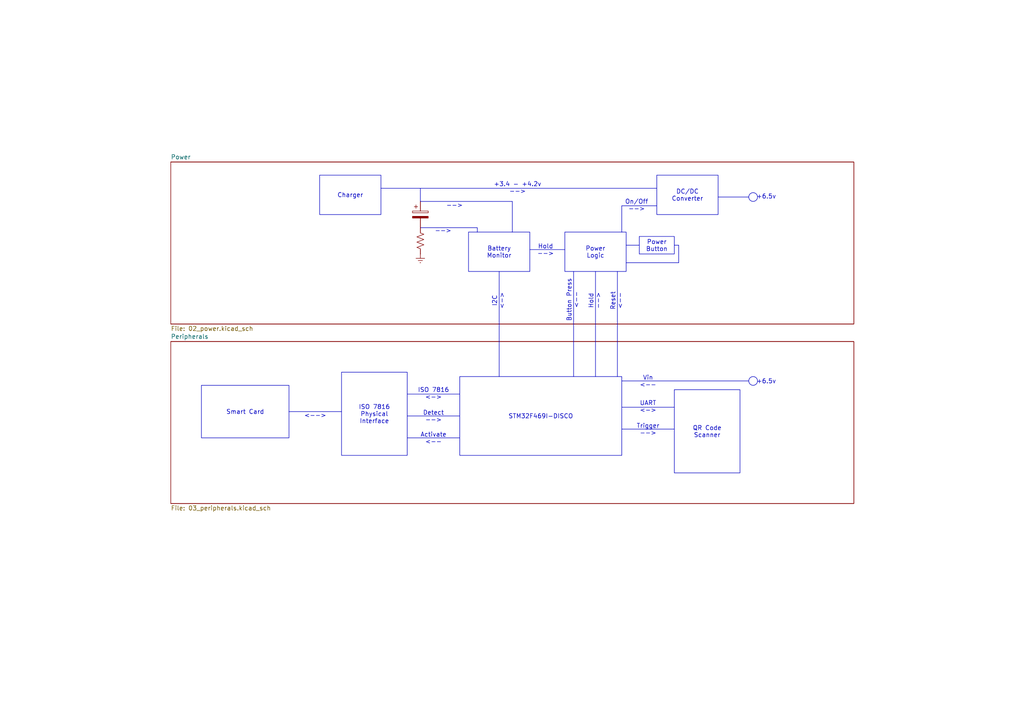
<source format=kicad_sch>
(kicad_sch (version 20231120) (generator "eeschema") (generator_version "8.0")
  (paper "A4")
  (lib_symbols
    (symbol "Device:C_Polarized" (pin_numbers hide) (pin_names (offset 0.254) hide)
      (property "Reference" "C" (at 0.635 2.54 0))
      (property "Value" "C_Polarized" (at 0.635 -2.54 0))
      (symbol "C_Polarized_0_1"
        (rectangle (start -2.286 0.508) (end 2.286 1.016))
        (polyline (pts (xy -1.778 2.286) (xy -0.762 2.286)))
        (polyline (pts (xy -1.27 2.794) (xy -1.27 1.778)))
        (rectangle (start 2.286 -0.508) (end -2.286 -1.016) (fill (type outline)))
      )
      (symbol "C_Polarized_1_1"
        (pin passive line (at 0 3.81 270) (length 2.794) (name "~") (number "1"))
        (pin passive line (at 0 -3.81 90) (length 2.794) (name "~") (number "2"))
      )
    )
    (symbol "Device:R_US" (pin_numbers hide) (pin_names (offset 0))
      (property "Reference" "R" (at 2.54 0 90))
      (property "Value" "R_US" (at -2.54 0 90))
      (symbol "R_US_0_1"
        (polyline (pts (xy 0 -2.286) (xy 0 -2.54)))
        (polyline (pts (xy 0 2.286) (xy 0 2.54)))
        (polyline (pts (xy 0 -0.762) (xy 1.016 -1.143) (xy 0 -1.524) (xy -1.016 -1.905) (xy 0 -2.286)))
        (polyline (pts (xy 0 0.762) (xy 1.016 0.381) (xy 0 0) (xy -1.016 -0.381) (xy 0 -0.762)))
        (polyline (pts (xy 0 2.286) (xy 1.016 1.905) (xy 0 1.524) (xy -1.016 1.143) (xy 0 0.762)))
      )
      (symbol "R_US_1_1"
        (pin passive line (at 0 3.81 270) (length 1.27) (name "~") (number "1"))
        (pin passive line (at 0 -3.81 90) (length 1.27) (name "~") (number "2"))
      )
    )
    (symbol "power:GNDREF" (power) (pin_numbers hide) (pin_names (offset 0) hide)
      (property "Value" "GNDREF" (at 0 -3.81 0))
      (symbol "GNDREF_0_1"
        (polyline (pts (xy -0.635 -1.905) (xy 0.635 -1.905)))
        (polyline (pts (xy -0.127 -2.54) (xy 0.127 -2.54)))
        (polyline (pts (xy 0 -1.27) (xy 0 0)))
        (polyline (pts (xy 1.27 -1.27) (xy -1.27 -1.27)))
      )
      (symbol "GNDREF_1_1"
        (pin power_in line (at 0 0 270) (length 0) (name "~") (number "1"))
      )
    )
  )
  (polyline (pts (xy 110.49 54.61) (xy 190.5 54.61)))
  (polyline (pts (xy 118.11 114.3) (xy 133.35 114.3)))
  (polyline (pts (xy 180.34 118.11) (xy 195.58 118.11)))
  (polyline (pts (xy 166.37 78.74) (xy 166.37 109.22)))
  (polyline (pts (xy 180.34 59.69) (xy 190.5 59.69)))
  (polyline (pts (xy 181.61 76.2) (xy 196.85 76.2)))
  (polyline (pts (xy 196.85 76.2) (xy 196.85 71.12)))
  (polyline (pts (xy 144.78 78.74) (xy 144.78 109.22)))
  (polyline (pts (xy 172.72 78.74) (xy 172.72 109.22)))
  (polyline (pts (xy 118.11 127) (xy 133.35 127)))
  (polyline (pts (xy 179.07 78.74) (xy 179.07 109.22)))
  (polyline (pts (xy 208.28 57.15) (xy 217.17 57.15)))
  (polyline (pts (xy 180.34 67.31) (xy 180.34 59.69)))
  (polyline (pts (xy 83.82 119.38) (xy 99.06 119.38)))
  (polyline (pts (xy 138.43 67.31) (xy 138.43 66.04)))
  (polyline (pts (xy 180.34 124.46) (xy 195.58 124.46)))
  (polyline (pts (xy 180.34 110.49) (xy 217.17 110.49)))
  (polyline (pts (xy 118.11 120.65) (xy 133.35 120.65)))
  (polyline (pts (xy 121.92 58.42) (xy 148.59 58.42)))
  (polyline (pts (xy 181.61 71.12) (xy 185.42 71.12)))
  (polyline (pts (xy 148.59 58.42) (xy 148.59 67.31)))
  (polyline (pts (xy 121.92 66.04) (xy 138.43 66.04)))
  (polyline (pts (xy 195.58 71.12) (xy 196.85 71.12)))
  (polyline (pts (xy 153.67 72.39) (xy 163.83 72.39)))
  (polyline (pts (xy 121.92 54.61) (xy 121.92 58.42)))
  (circle (center 218.44 57.15) (radius 1.27))
  (circle (center 218.44 110.49) (radius 1.27))
  (text_box "Battery \nMonitor" (at 135.89 67.31 0) (size 17.78 11.43) (effects (font (size 1.27 1.27))))
  (text_box "STM32F469I-DISCO" (exclude_from_sim yes) (at 133.35 109.22 0) (size 46.99 22.86) (effects (font (size 1.27 1.27))))
  (text_box "Power\nLogic" (at 163.83 67.31 0) (size 17.78 11.43) (effects (font (size 1.27 1.27))))
  (text_box "DC/DC Converter" (at 190.5 50.8 0) (size 17.78 11.43) (effects (font (size 1.27 1.27))))
  (text_box "Power\nButton" (at 185.42 68.58 0) (size 10.16 5.08) (effects (font (size 1.27 1.27))))
  (text_box "Charger" (at 92.71 50.8 0) (size 17.78 11.43) (effects (font (size 1.27 1.27))))
  (text_box "QR Code\nScanner" (at 195.58 113.03 0) (size 19.05 24.13) (effects (font (size 1.27 1.27))))
  (text_box "ISO 7816\nPhysical\nInterface" (at 99.06 107.95 0) (size 19.05 24.13) (effects (font (size 1.27 1.27))))
  (text_box "Smart Card" (at 58.42 111.76 0) (size 25.4 15.24) (effects (font (size 1.27 1.27))))
  (text "On/Off\n-->" (at 184.658 59.69 0) (effects (font (size 1.27 1.27))))
  (text "\n-->" (at 131.826 58.674 0) (effects (font (size 1.27 1.27))))
  (text "Detect\n-->" (at 125.73 120.904 0) (effects (font (size 1.27 1.27))))
  (text "\n<-->" (at 91.44 119.634 0) (effects (font (size 1.27 1.27))))
  (text "ISO 7816\n<->" (at 125.73 114.3 0) (effects (font (size 1.27 1.27))))
  (text "+6.5v" (at 222.25 57.15 0) (effects (font (size 1.27 1.27))))
  (text "Hold\n-->" (at 158.242 72.644 0) (effects (font (size 1.27 1.27))))
  (text "I2C\n<->" (at 144.526 87.376 90) (effects (font (size 1.27 1.27))))
  (text "+6.5v" (at 222.25 110.744 0) (effects (font (size 1.27 1.27))))
  (text "Vin\n<--" (at 187.96 110.744 0) (effects (font (size 1.27 1.27))))
  (text "Reset\n<--" (at 178.816 87.376 90) (effects (font (size 1.27 1.27))))
  (text "UART\n<->" (at 187.96 118.11 0) (effects (font (size 1.27 1.27))))
  (text "Activate\n<--" (at 125.73 127.254 0) (effects (font (size 1.27 1.27))))
  (text "+3.4 - +4.2v\n-->" (at 150.114 54.61 0) (effects (font (size 1.27 1.27))))
  (text "\n-->" (at 128.524 66.04 0) (effects (font (size 1.27 1.27))))
  (text "Trigger\n-->" (at 187.96 124.714 0) (effects (font (size 1.27 1.27))))
  (text "Hold\n-->" (at 172.466 87.376 90) (effects (font (size 1.27 1.27))))
  (text "Button Press\n<--" (at 166.116 87.122 90) (effects (font (size 1.27 1.27))))
  (symbol (lib_id "Device:C_Polarized") (at 121.92 62.23 0) (unit 1) (exclude_from_sim yes) (in_bom no) (on_board no)
    (property "Reference" "C1000" (effects (hide yes)))
    (property "Value" "C_Polarized" (effects (hide yes)))
    (property "Description" "Polarized capacitor" (effects (hide yes)))
  )
  (symbol (lib_id "power:GNDREF") (at 121.92 73.66 0) (unit 1) (exclude_from_sim yes) (in_bom no) (on_board no)
    (property "Reference" "#PWR01000" (effects (hide yes)))
    (property "Value" "GNDREF" (effects (hide yes)))
    (property "Description" "Power symbol creates a global label with name \"GNDREF\" , reference supply ground" (effects (hide yes)))
  )
  (symbol (lib_id "Device:R_US") (at 121.92 69.85 0) (unit 1) (exclude_from_sim yes) (in_bom no) (on_board no)
    (property "Reference" "R1000" (effects (hide yes)))
    (property "Value" "R_US" (effects (hide yes)))
    (property "Description" "Resistor, US symbol" (effects (hide yes)))
  )
  (sheet (at 49.53 46.99) (size 198.12 46.99) (stroke (width 0.1524))
    (property "Sheetname" "Power" (at 49.53 46.2784 0) (effects (justify left bottom)))
    (property "Sheetfile" "02_power.kicad_sch" (at 49.53 94.5646 0) (effects (justify left top)))
  )
  (sheet (at 49.53 99.06) (size 198.12 46.99) (stroke (width 0.1524))
    (property "Sheetname" "Peripherals" (at 49.53 98.3484 0) (effects (justify left bottom)))
    (property "Sheetfile" "03_peripherals.kicad_sch" (at 49.53 146.6346 0) (effects (justify left top)))
  )
)
</source>
